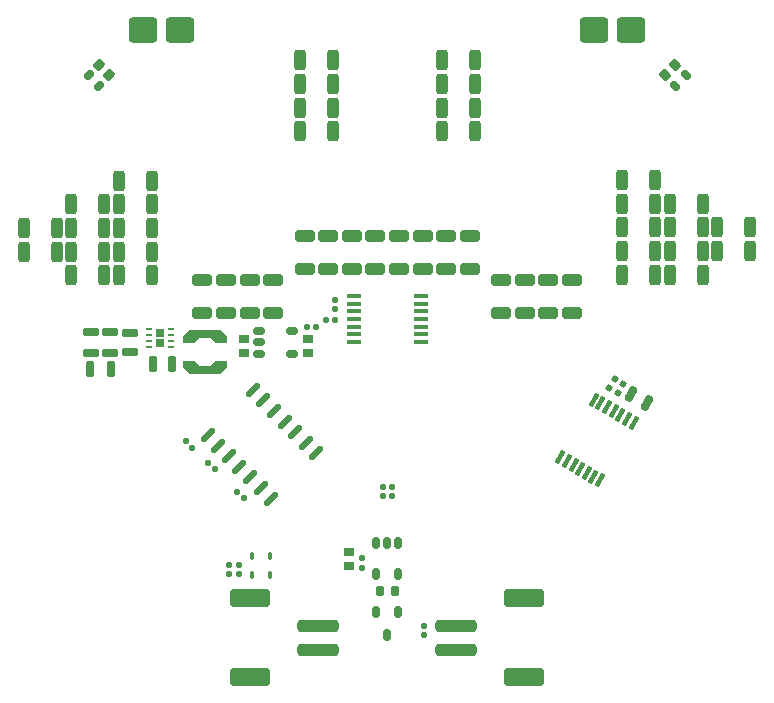
<source format=gbr>
%TF.GenerationSoftware,KiCad,Pcbnew,7.0.6*%
%TF.CreationDate,2024-04-14T17:53:18+02:00*%
%TF.ProjectId,amulet_controller,616d756c-6574-45f6-936f-6e74726f6c6c,1.1*%
%TF.SameCoordinates,Original*%
%TF.FileFunction,Paste,Bot*%
%TF.FilePolarity,Positive*%
%FSLAX46Y46*%
G04 Gerber Fmt 4.6, Leading zero omitted, Abs format (unit mm)*
G04 Created by KiCad (PCBNEW 7.0.6) date 2024-04-14 17:53:18*
%MOMM*%
%LPD*%
G01*
G04 APERTURE LIST*
G04 Aperture macros list*
%AMRoundRect*
0 Rectangle with rounded corners*
0 $1 Rounding radius*
0 $2 $3 $4 $5 $6 $7 $8 $9 X,Y pos of 4 corners*
0 Add a 4 corners polygon primitive as box body*
4,1,4,$2,$3,$4,$5,$6,$7,$8,$9,$2,$3,0*
0 Add four circle primitives for the rounded corners*
1,1,$1+$1,$2,$3*
1,1,$1+$1,$4,$5*
1,1,$1+$1,$6,$7*
1,1,$1+$1,$8,$9*
0 Add four rect primitives between the rounded corners*
20,1,$1+$1,$2,$3,$4,$5,0*
20,1,$1+$1,$4,$5,$6,$7,0*
20,1,$1+$1,$6,$7,$8,$9,0*
20,1,$1+$1,$8,$9,$2,$3,0*%
%AMFreePoly0*
4,1,11,0.750000,0.885000,0.300000,0.440500,0.300000,-0.440500,0.750000,-0.885000,0.750000,-1.850000,0.225000,-1.850000,-0.300000,-1.325000,-0.300000,1.325000,0.225000,1.850000,0.750000,1.850000,0.750000,0.885000,0.750000,0.885000,$1*%
G04 Aperture macros list end*
%ADD10RoundRect,0.150000X-0.150000X0.350000X-0.150000X-0.350000X0.150000X-0.350000X0.150000X0.350000X0*%
%ADD11RoundRect,0.206521X-0.268479X-0.643479X0.268479X-0.643479X0.268479X0.643479X-0.268479X0.643479X0*%
%ADD12RoundRect,0.130000X0.130000X-0.130000X0.130000X0.130000X-0.130000X0.130000X-0.130000X-0.130000X0*%
%ADD13RoundRect,0.250000X-1.500000X0.250000X-1.500000X-0.250000X1.500000X-0.250000X1.500000X0.250000X0*%
%ADD14RoundRect,0.250000X-1.450000X0.500000X-1.450000X-0.500000X1.450000X-0.500000X1.450000X0.500000X0*%
%ADD15RoundRect,0.162500X-0.318198X-0.088388X-0.088388X-0.318198X0.318198X0.088388X0.088388X0.318198X0*%
%ADD16RoundRect,0.206521X0.268479X0.643479X-0.268479X0.643479X-0.268479X-0.643479X0.268479X-0.643479X0*%
%ADD17RoundRect,0.137500X-0.137500X-0.137500X0.137500X-0.137500X0.137500X0.137500X-0.137500X0.137500X0*%
%ADD18RoundRect,0.322500X0.902500X0.752500X-0.902500X0.752500X-0.902500X-0.752500X0.902500X-0.752500X0*%
%ADD19RoundRect,0.187500X-0.462500X0.187500X-0.462500X-0.187500X0.462500X-0.187500X0.462500X0.187500X0*%
%ADD20FreePoly0,270.000000*%
%ADD21FreePoly0,90.000000*%
%ADD22RoundRect,0.206521X-0.643479X0.268479X-0.643479X-0.268479X0.643479X-0.268479X0.643479X0.268479X0*%
%ADD23RoundRect,0.175000X0.175000X0.500000X-0.175000X0.500000X-0.175000X-0.500000X0.175000X-0.500000X0*%
%ADD24RoundRect,0.150000X-0.350000X-0.150000X0.350000X-0.150000X0.350000X0.150000X-0.350000X0.150000X0*%
%ADD25RoundRect,0.162500X-0.088388X0.318198X-0.318198X0.088388X0.088388X-0.318198X0.318198X-0.088388X0*%
%ADD26RoundRect,0.137500X0.335876X0.530330X-0.530330X-0.335876X-0.335876X-0.530330X0.530330X0.335876X0*%
%ADD27RoundRect,0.137500X0.187828X0.050328X-0.050328X0.187828X-0.187828X-0.050328X0.050328X-0.187828X0*%
%ADD28RoundRect,0.187500X0.262500X-0.187500X0.262500X0.187500X-0.262500X0.187500X-0.262500X-0.187500X0*%
%ADD29RoundRect,0.130000X-0.130000X-0.130000X0.130000X-0.130000X0.130000X0.130000X-0.130000X0.130000X0*%
%ADD30RoundRect,0.100000X0.517500X0.100000X-0.517500X0.100000X-0.517500X-0.100000X0.517500X-0.100000X0*%
%ADD31RoundRect,0.100000X-0.100000X0.200000X-0.100000X-0.200000X0.100000X-0.200000X0.100000X0.200000X0*%
%ADD32RoundRect,0.130000X-0.183848X0.000000X0.000000X-0.183848X0.183848X0.000000X0.000000X0.183848X0*%
%ADD33RoundRect,0.137500X-0.194454X0.000000X0.000000X-0.194454X0.194454X0.000000X0.000000X0.194454X0*%
%ADD34RoundRect,0.162500X0.162500X0.287500X-0.162500X0.287500X-0.162500X-0.287500X0.162500X-0.287500X0*%
%ADD35RoundRect,0.137500X0.137500X0.137500X-0.137500X0.137500X-0.137500X-0.137500X0.137500X-0.137500X0*%
%ADD36RoundRect,0.187500X0.462500X-0.187500X0.462500X0.187500X-0.462500X0.187500X-0.462500X-0.187500X0*%
%ADD37RoundRect,0.175000X-0.500000X0.175000X-0.500000X-0.175000X0.500000X-0.175000X0.500000X0.175000X0*%
%ADD38RoundRect,0.137500X0.137500X-0.137500X0.137500X0.137500X-0.137500X0.137500X-0.137500X-0.137500X0*%
%ADD39RoundRect,0.100000X-0.172147X-0.498168X0.345353X0.398168X0.172147X0.498168X-0.345353X-0.398168X0*%
%ADD40R,0.750000X0.650000*%
%ADD41RoundRect,0.062500X-0.187500X-0.062500X0.187500X-0.062500X0.187500X0.062500X-0.187500X0.062500X0*%
%ADD42RoundRect,0.322500X-0.902500X-0.752500X0.902500X-0.752500X0.902500X0.752500X-0.902500X0.752500X0*%
%ADD43RoundRect,0.175000X-0.401554X-0.345513X-0.098446X-0.520513X0.401554X0.345513X0.098446X0.520513X0*%
%ADD44RoundRect,0.187500X-0.318198X-0.053033X-0.053033X-0.318198X0.318198X0.053033X0.053033X0.318198X0*%
%ADD45RoundRect,0.187500X-0.053033X0.318198X-0.318198X0.053033X0.053033X-0.318198X0.318198X-0.053033X0*%
%ADD46RoundRect,0.150000X-0.150000X0.375000X-0.150000X-0.375000X0.150000X-0.375000X0.150000X0.375000X0*%
%ADD47RoundRect,0.250000X1.500000X-0.250000X1.500000X0.250000X-1.500000X0.250000X-1.500000X-0.250000X0*%
%ADD48RoundRect,0.250000X1.450000X-0.500000X1.450000X0.500000X-1.450000X0.500000X-1.450000X-0.500000X0*%
%ADD49RoundRect,0.187500X0.187500X0.462500X-0.187500X0.462500X-0.187500X-0.462500X0.187500X-0.462500X0*%
%ADD50RoundRect,0.130000X-0.130000X0.130000X-0.130000X-0.130000X0.130000X-0.130000X0.130000X0.130000X0*%
%ADD51RoundRect,0.130000X0.177583X0.047583X-0.047583X0.177583X-0.177583X-0.047583X0.047583X-0.177583X0*%
G04 APERTURE END LIST*
D10*
%TO.C,Q9*%
X147550400Y-114800100D03*
X149450400Y-114800100D03*
X148500400Y-116800100D03*
%TD*%
D11*
%TO.C,C68*%
X168400400Y-84250100D03*
X171200400Y-84250100D03*
%TD*%
D12*
%TO.C,C104*%
X144100400Y-89200100D03*
X144100400Y-88400100D03*
%TD*%
D11*
%TO.C,C87*%
X141100000Y-68100000D03*
X143900000Y-68100000D03*
%TD*%
%TO.C,C51*%
X141100001Y-74100001D03*
X143900001Y-74100001D03*
%TD*%
D13*
%TO.C,J9*%
X154350400Y-116000100D03*
X154350400Y-118000100D03*
D14*
X160100400Y-113650100D03*
X160100400Y-120350100D03*
%TD*%
D15*
%TO.C,R53*%
X123210381Y-69340381D03*
X124129619Y-70259619D03*
%TD*%
D16*
%TO.C,C65*%
X155900000Y-68100000D03*
X153100000Y-68100000D03*
%TD*%
D11*
%TO.C,C31*%
X141100000Y-70100000D03*
X143900000Y-70100000D03*
%TD*%
D16*
%TO.C,C85*%
X175200400Y-84250100D03*
X172400400Y-84250100D03*
%TD*%
%TO.C,C78*%
X128550400Y-80300100D03*
X125750400Y-80300100D03*
%TD*%
D17*
%TO.C,R31*%
X143300400Y-90100100D03*
X144100400Y-90100100D03*
%TD*%
D18*
%TO.C,D2*%
X169175000Y-65500000D03*
X166025000Y-65500000D03*
%TD*%
D19*
%TO.C,C52*%
X123400400Y-91100100D03*
X123400400Y-92900100D03*
%TD*%
D20*
%TO.C,L3*%
X133050400Y-91250100D03*
D21*
X133050400Y-94350100D03*
%TD*%
D22*
%TO.C,C55*%
X132850400Y-86700100D03*
X132850400Y-89500100D03*
%TD*%
D23*
%TO.C,C83*%
X130275401Y-93775097D03*
X128675401Y-93775097D03*
%TD*%
D24*
%TO.C,U5*%
X137682900Y-92940097D03*
X137682900Y-91990097D03*
X137682900Y-91040097D03*
X140432900Y-91040097D03*
X140432900Y-92940097D03*
%TD*%
D11*
%TO.C,C86*%
X168400000Y-78250000D03*
X171200000Y-78250000D03*
%TD*%
D16*
%TO.C,C74*%
X128550400Y-86300100D03*
X125750400Y-86300100D03*
%TD*%
D11*
%TO.C,C80*%
X176400400Y-82250100D03*
X179200400Y-82250100D03*
%TD*%
%TO.C,C70*%
X168400400Y-80250100D03*
X171200400Y-80250100D03*
%TD*%
D25*
%TO.C,R54*%
X173789619Y-69340381D03*
X172870381Y-70259619D03*
%TD*%
D26*
%TO.C,U9*%
X137108747Y-96003387D03*
X138006773Y-96901412D03*
X138904799Y-97799438D03*
X139802824Y-98697464D03*
X140700850Y-99595489D03*
X141598876Y-100493515D03*
X142496901Y-101391541D03*
X138678525Y-105209917D03*
X137780499Y-104311892D03*
X136882473Y-103413866D03*
X135984448Y-102515840D03*
X135086422Y-101617815D03*
X134188396Y-100719789D03*
X133290371Y-99821763D03*
%TD*%
D27*
%TO.C,R32*%
X168437301Y-95487362D03*
X167744481Y-95087362D03*
%TD*%
D22*
%TO.C,C63*%
X162150400Y-86675100D03*
X162150400Y-89475100D03*
%TD*%
D28*
%TO.C,C84*%
X141800400Y-92900100D03*
X141800400Y-91700100D03*
%TD*%
D11*
%TO.C,C73*%
X121750400Y-86300100D03*
X124550400Y-86300100D03*
%TD*%
%TO.C,C69*%
X168400400Y-82250100D03*
X171200400Y-82250100D03*
%TD*%
D16*
%TO.C,C33*%
X120550400Y-82300100D03*
X117750400Y-82300100D03*
%TD*%
%TO.C,C49*%
X128550000Y-78300000D03*
X125750000Y-78300000D03*
%TD*%
%TO.C,C72*%
X175200400Y-86250100D03*
X172400400Y-86250100D03*
%TD*%
D22*
%TO.C,C57*%
X134850400Y-86700100D03*
X134850400Y-89500100D03*
%TD*%
D29*
%TO.C,C76*%
X141707906Y-90690096D03*
X142507906Y-90690096D03*
%TD*%
D11*
%TO.C,C71*%
X121750400Y-82300100D03*
X124550400Y-82300100D03*
%TD*%
D30*
%TO.C,U7*%
X151332400Y-88050100D03*
X151332900Y-88700100D03*
X151332900Y-89350100D03*
X151332900Y-90000100D03*
X151332900Y-90650100D03*
X151332900Y-91300100D03*
X151332900Y-91950100D03*
X145667900Y-91950100D03*
X145667900Y-91300100D03*
X145667900Y-90650100D03*
X145667900Y-90000100D03*
X145667900Y-89350100D03*
X145667900Y-88700100D03*
X145667900Y-88050100D03*
%TD*%
D22*
%TO.C,C61*%
X158150400Y-86675100D03*
X158150400Y-89475100D03*
%TD*%
D28*
%TO.C,C110*%
X145250400Y-110950100D03*
X145250400Y-109750100D03*
%TD*%
D31*
%TO.C,D14*%
X138540400Y-110107600D03*
X138540400Y-111657600D03*
%TD*%
D22*
%TO.C,C47*%
X143500001Y-82969998D03*
X143500001Y-85769998D03*
%TD*%
%TO.C,C44*%
X147500001Y-82970000D03*
X147500001Y-85770000D03*
%TD*%
D32*
%TO.C,C107*%
X131442557Y-100342257D03*
X132008243Y-100907943D03*
%TD*%
D12*
%TO.C,C102*%
X135070400Y-111630100D03*
X135070400Y-110830100D03*
%TD*%
D17*
%TO.C,R20*%
X148100400Y-104200100D03*
X148900400Y-104200100D03*
%TD*%
D11*
%TO.C,C53*%
X121750400Y-84300100D03*
X124550400Y-84300100D03*
%TD*%
D31*
%TO.C,D15*%
X137070400Y-110105100D03*
X137070400Y-111655100D03*
%TD*%
D11*
%TO.C,C81*%
X176400400Y-84250100D03*
X179200400Y-84250100D03*
%TD*%
D33*
%TO.C,R49*%
X135774362Y-104624970D03*
X136340048Y-105190656D03*
%TD*%
%TO.C,R48*%
X133317167Y-102167774D03*
X133882853Y-102733460D03*
%TD*%
D34*
%TO.C,R34*%
X149150400Y-113060100D03*
X147850400Y-113060100D03*
%TD*%
D22*
%TO.C,C43*%
X149500000Y-82970000D03*
X149500000Y-85770000D03*
%TD*%
D16*
%TO.C,C77*%
X128550400Y-82300100D03*
X125750400Y-82300100D03*
%TD*%
D35*
%TO.C,R19*%
X148900400Y-105010100D03*
X148100400Y-105010100D03*
%TD*%
D28*
%TO.C,C60*%
X136350400Y-92900100D03*
X136350400Y-91700100D03*
%TD*%
D11*
%TO.C,C32*%
X141100000Y-72100000D03*
X143900000Y-72100000D03*
%TD*%
D36*
%TO.C,FB4*%
X125000400Y-92900100D03*
X125000400Y-91100100D03*
%TD*%
D37*
%TO.C,C56*%
X126725397Y-91200098D03*
X126725397Y-92800098D03*
%TD*%
D38*
%TO.C,R28*%
X135920400Y-111630100D03*
X135920400Y-110830100D03*
%TD*%
D22*
%TO.C,C46*%
X145500001Y-82969999D03*
X145500001Y-85769999D03*
%TD*%
D16*
%TO.C,C79*%
X175200400Y-80250100D03*
X172400400Y-80250100D03*
%TD*%
D39*
%TO.C,U8*%
X166526268Y-103677584D03*
X165963101Y-103353017D03*
X165400185Y-103028017D03*
X164837268Y-102703017D03*
X164274351Y-102378017D03*
X163711435Y-102053017D03*
X163148518Y-101728017D03*
X165981018Y-96821983D03*
X166543935Y-97146983D03*
X167106851Y-97471983D03*
X167669768Y-97796983D03*
X168232685Y-98121983D03*
X168795601Y-98446983D03*
X169358518Y-98771983D03*
%TD*%
D40*
%TO.C,U4*%
X129275399Y-91225097D03*
X129275399Y-92025097D03*
D41*
X128325399Y-92375097D03*
X128325399Y-91875097D03*
X128325399Y-91375097D03*
X128325399Y-90875097D03*
X130225399Y-90875097D03*
X130225399Y-91375097D03*
X130225399Y-91875097D03*
X130225399Y-92375097D03*
%TD*%
D42*
%TO.C,D1*%
X127825000Y-65500000D03*
X130975000Y-65500000D03*
%TD*%
D22*
%TO.C,C58*%
X136850400Y-86700100D03*
X136850400Y-89500100D03*
%TD*%
D16*
%TO.C,C39*%
X120550400Y-84300100D03*
X117750400Y-84300100D03*
%TD*%
D22*
%TO.C,C64*%
X164150400Y-86675100D03*
X164150400Y-89475100D03*
%TD*%
D43*
%TO.C,C106*%
X169130597Y-96350096D03*
X170516237Y-97150096D03*
%TD*%
D16*
%TO.C,C34*%
X155900000Y-74100000D03*
X153100000Y-74100000D03*
%TD*%
%TO.C,C35*%
X155900000Y-72100000D03*
X153100000Y-72100000D03*
%TD*%
D22*
%TO.C,C41*%
X153500000Y-82970000D03*
X153500000Y-85770000D03*
%TD*%
D44*
%TO.C,C131*%
X124135736Y-68505736D03*
X124984264Y-69354264D03*
%TD*%
D16*
%TO.C,C82*%
X175200400Y-82250100D03*
X172400400Y-82250100D03*
%TD*%
%TO.C,C75*%
X128550400Y-84300100D03*
X125750400Y-84300100D03*
%TD*%
D11*
%TO.C,C54*%
X121750400Y-80300100D03*
X124550400Y-80300100D03*
%TD*%
D45*
%TO.C,C132*%
X172864264Y-68505736D03*
X172015736Y-69354264D03*
%TD*%
D22*
%TO.C,C62*%
X160150400Y-86675100D03*
X160150400Y-89475100D03*
%TD*%
%TO.C,C48*%
X141500000Y-82970000D03*
X141500000Y-85770000D03*
%TD*%
%TO.C,C40*%
X155500000Y-82970000D03*
X155500000Y-85770000D03*
%TD*%
D46*
%TO.C,U11*%
X147550400Y-108975100D03*
X148500400Y-108975100D03*
X149450400Y-108975100D03*
X149450400Y-111625100D03*
X147550400Y-111625100D03*
%TD*%
D47*
%TO.C,J8*%
X142650400Y-118000100D03*
X142650400Y-116000100D03*
D48*
X136900400Y-120350100D03*
X136900400Y-113650100D03*
%TD*%
D49*
%TO.C,C45*%
X125100400Y-94200100D03*
X123300400Y-94200100D03*
%TD*%
D22*
%TO.C,C42*%
X151500000Y-82969999D03*
X151500000Y-85769999D03*
%TD*%
D50*
%TO.C,C125*%
X151640401Y-115990103D03*
X151640401Y-116790103D03*
%TD*%
D22*
%TO.C,C59*%
X138850400Y-86700100D03*
X138850400Y-89500100D03*
%TD*%
D16*
%TO.C,C36*%
X155900000Y-70100000D03*
X153100000Y-70100000D03*
%TD*%
D51*
%TO.C,C105*%
X167999795Y-96245133D03*
X167306975Y-95845133D03*
%TD*%
D11*
%TO.C,C67*%
X168400400Y-86250100D03*
X171200400Y-86250100D03*
%TD*%
D12*
%TO.C,C111*%
X146350400Y-111050100D03*
X146350400Y-110250100D03*
%TD*%
M02*

</source>
